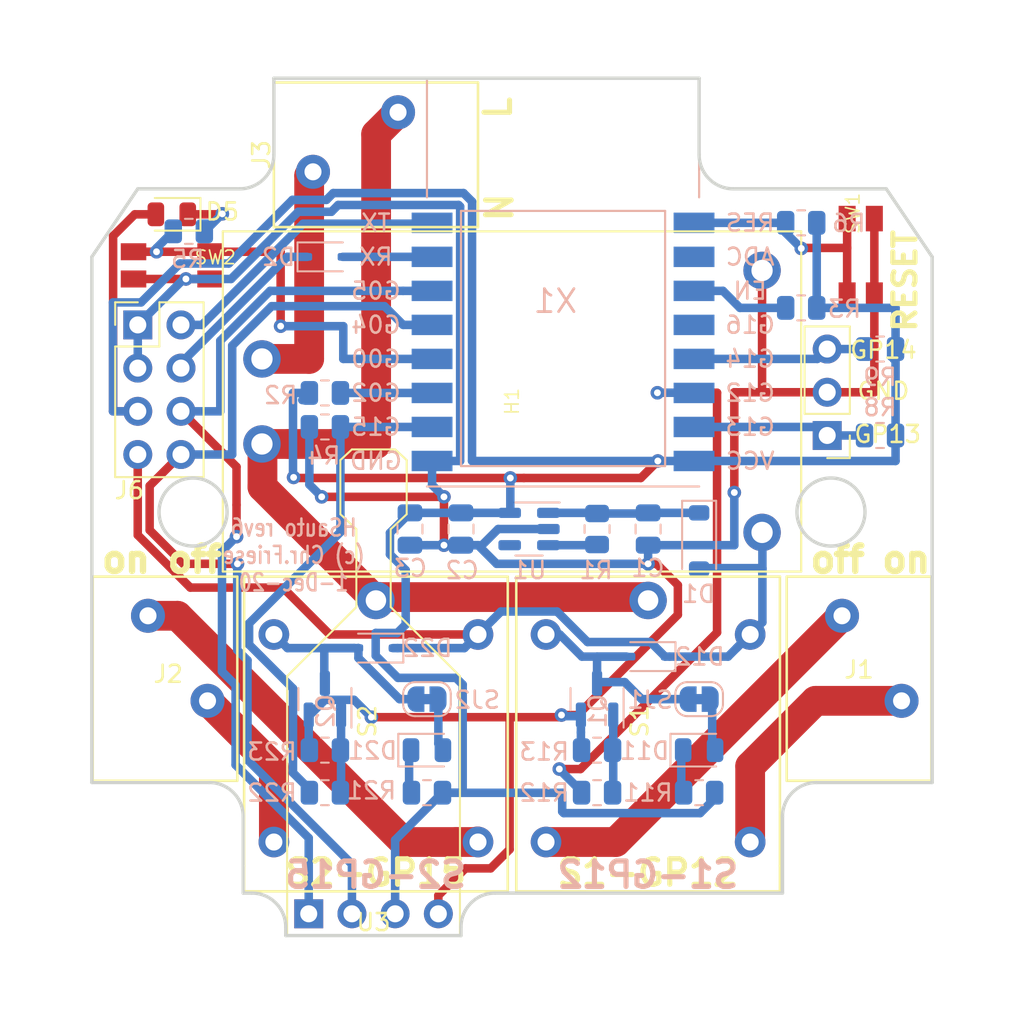
<source format=kicad_pcb>
(kicad_pcb (version 20221018) (generator pcbnew)
  (layers (0 "F.Cu" signal) (31 "B.Cu" signal) (34 "B.Paste" user) (35 "F.Paste" user) (36 "B.SilkS" user "B.Silkscreen") (37 "F.SilkS" user "F.Silkscreen") (38 "B.Mask" user) (39 "F.Mask" user) (44 "Edge.Cuts" user))
  (net 0 "")
  (net 1 "GND")
  (net 2 "+3V3")
  (net 3 "/CH_PD")
  (net 4 "/AC_N")
  (net 5 "/AC_L")
  (net 6 "/AC_L2_1")
  (net 7 "/AC_L2_2")
  (net 8 "/AC_L1_2")
  (net 9 "/AC_L1_1")
  (net 10 "/TXD")
  (net 11 "/RXD_5V")
  (net 12 "/RESET")
  (net 13 "/RXD")
  (net 14 "Net-(D1-K)")
  (net 15 "Net-(D5-K)")
  (net 16 "/GP5")
  (net 17 "/GP4")
  (net 18 "/GP14")
  (net 19 "/GP12")
  (net 20 "/GP13")
  (net 21 "/GP15")
  (net 22 "/GP2")
  (net 23 "/GP0")
  (net 24 "Net-(D11-K)")
  (net 25 "Net-(D11-A)")
  (net 26 "Net-(D12-A)")
  (net 27 "Net-(D21-K)")
  (net 28 "Net-(D21-A)")
  (net 29 "VDD")
  (net 30 "Net-(D22-A)")
  (net 31 "Net-(Q1-B)")
  (net 32 "Net-(Q2-B)")
  (net 33 "Net-(U1-EN)")
  (net 35 "/ADC")
  (net 36 "/GP16")
  (footprint "AddOn_Tools:HLK-PM01" (layer "F.Cu") (at 150 96.5)
    (fp_text reference "H1")
    (fp_text value "HLK-PM01")
  )
  (footprint "AddOn_Tools:JQC-3F" (layer "F.Cu") (at 142 115.3 -90)
    (fp_text reference "S2")
    (fp_text value "JQC-3F")
  )
  (footprint "AddOn_Tools:JQC-3F" (layer "F.Cu") (at 158 115.3 -90)
    (fp_text reference "S1")
    (fp_text value "JQC-3F")
  )
  (footprint "LED_SMD:LED_0805_2012Metric" (layer "F.Cu") (at 130 85.5 180)
    (fp_text reference "D5")
    (fp_text value "RED")
  )
  (footprint "AddOn_Tools:BTN_KMR2_4.6X2.8" (layer "F.Cu") (at 170.5 88 -90)
    (fp_text reference "SW1")
    (fp_text value "KMR1")
  )
  (footprint "AddOn_Tools:BTN_KMR2_4.6X2.8" (layer "F.Cu") (at 130 88.5 180)
    (fp_text reference "SW2")
    (fp_text value "KMR1")
  )
  (footprint "AddOn_Tools:PTSA1,5-2-3,5-Z" (layer "F.Cu") (at 170.4 112.8)
    (fp_text reference "J1")
    (fp_text value "Relais1_OUT")
  )
  (footprint "AddOn_Tools:PTSA1,5-2-3,5-Z" (layer "F.Cu") (at 129.6 112.8)
    (fp_text reference "J2")
    (fp_text value "Relais2_OUT")
  )
  (footprint "AddOn_Tools:PTSA1,5-2-3,5-Z" (layer "F.Cu") (at 142 82 90)
    (fp_text reference "J3")
    (fp_text value "AC_IN")
  )
  (footprint "Connector_PinHeader_2.54mm:PinHeader_2x04_P2.54mm_Vertical" (layer "F.Cu") (at 128 92)
    (fp_text reference "J6")
    (fp_text value "I2C")
  )
  (footprint "Connector_PinHeader_2.54mm:PinHeader_1x03_P2.54mm_Vertical" (layer "F.Cu") (at 168.529 98.5 180)
    (fp_text reference "GP13")
    (fp_text value "I2C")
  )
  (footprint "AddOn_Tools:ScioSense_ENS16x_EvalKit" (layer "F.Cu") (at 141.859 126.619)
    (fp_text reference "U3")
    (fp_text value "ENS160_Eval_Kit")
  )
  (footprint "Package_TO_SOT_SMD:SOT-23" (layer "B.Cu") (at 155 114 90)
    (fp_text reference "Q1")
    (fp_text value "MMBT2222")
  )
  (footprint "Diode_SMD:D_SOD-323" (layer "B.Cu") (at 158 111.5 180)
    (fp_text reference "D12")
    (fp_text value "1N4148")
  )
  (footprint "Diode_SMD:D_SOD-323" (layer "B.Cu") (at 142 111 180)
    (fp_text reference "D22")
    (fp_text value "1N4148")
  )
  (footprint "LED_SMD:LED_0805_2012Metric" (layer "B.Cu") (at 145 117)
    (fp_text reference "D21")
    (fp_text value "RED")
  )
  (footprint "LED_SMD:LED_0805_2012Metric" (layer "B.Cu") (at 161 117)
    (fp_text reference "D11")
    (fp_text value "RED")
  )
  (footprint "Resistor_SMD:R_0805_2012Metric" (layer "B.Cu") (at 145 119.5 180)
    (fp_text reference "R21")
    (fp_text value "1K")
  )
  (footprint "Resistor_SMD:R_0805_2012Metric" (layer "B.Cu") (at 167 86 180)
    (fp_text reference "R6")
    (fp_text value "10K")
  )
  (footprint "Capacitor_SMD:C_0805_2012Metric" (layer "B.Cu") (at 158 104 -90)
    (fp_text reference "C1")
    (fp_text value "10uF")
  )
  (footprint "Capacitor_SMD:C_0805_2012Metric" (layer "B.Cu") (at 147 104 -90)
    (fp_text reference "C2")
    (fp_text value "10uF")
  )
  (footprint "Diode_SMD:D_SOD-323" (layer "B.Cu") (at 139 88)
    (fp_text reference "D2")
    (fp_text value "1N4148")
  )
  (footprint "Jumper:SolderJumper-2_P1.3mm_Bridged_RoundedPad1.0x1.5mm" (layer "B.Cu") (at 161 114 180)
    (fp_text reference "SJ1")
    (fp_text value "SJ_CLOSED")
  )
  (footprint "Jumper:SolderJumper-2_P1.3mm_Bridged_RoundedPad1.0x1.5mm" (layer "B.Cu") (at 145 114 180)
    (fp_text reference "SJ2")
    (fp_text value "SJ_CLOSED")
  )
  (footprint "Package_TO_SOT_SMD:SOT-23" (layer "B.Cu") (at 139 114 90)
    (fp_text reference "Q2")
    (fp_text value "MMBT2222")
  )
  (footprint "Diode_SMD:D_SOD-123" (layer "B.Cu") (at 161 104.7 -90)
    (fp_text reference "D1")
    (fp_text value "MBR120")
  )
  (footprint "Package_TO_SOT_SMD:SOT-23-5" (layer "B.Cu") (at 151 104 180)
    (fp_text reference "U1")
    (fp_text value "AP2112K-3.3 / SPX3819-3.3")
  )
  (footprint "Resistor_SMD:R_0805_2012Metric" (layer "B.Cu") (at 155 117 180)
    (fp_text reference "R13")
    (fp_text value "10k")
  )
  (footprint "Resistor_SMD:R_0805_2012Metric" (layer "B.Cu") (at 139 119.5)
    (fp_text reference "R22")
    (fp_text value "1k")
  )
  (footprint "Resistor_SMD:R_0805_2012Metric" (layer "B.Cu") (at 139 117 180)
    (fp_text reference "R23")
    (fp_text value "10k")
  )
  (footprint "Resistor_SMD:R_0805_2012Metric" (layer "B.Cu") (at 161 119.5 180)
    (fp_text reference "R11")
    (fp_text value "1K")
  )
  (footprint "Resistor_SMD:R_0805_2012Metric" (layer "B.Cu") (at 131 86.5 180)
    (fp_text reference "R5")
    (fp_text value "1K")
  )
  (footprint "Resistor_SMD:R_0805_2012Metric" (layer "B.Cu") (at 139 98 180)
    (fp_text reference "R4")
    (fp_text value "10k")
  )
  (footprint "Resistor_SMD:R_0805_2012Metric" (layer "B.Cu") (at 167 91 180)
    (fp_text reference "R3")
    (fp_text value "10k")
  )
  (footprint "Resistor_SMD:R_0805_2012Metric" (layer "B.Cu") (at 139 96)
    (fp_text reference "R2")
    (fp_text value "10k")
  )
  (footprint "Resistor_SMD:R_0805_2012Metric" (layer "B.Cu") (at 155 104 -90)
    (fp_text reference "R1")
    (fp_text value "10k")
  )
  (footprint "Resistor_SMD:R_0805_2012Metric" (layer "B.Cu") (at 155 119.5)
    (fp_text reference "R12")
    (fp_text value "1k")
  )
  (footprint "AddOn_Tools:ESP-12" (layer "B.Cu") (at 153 90.5 180)
    (fp_text reference "X1")
    (fp_text value "ESP-12")
  )
  (footprint "Resistor_SMD:R_0805_2012Metric" (layer "B.Cu") (at 171.635 93.42)
    (fp_text reference "R9")
    (fp_text value "10k")
  )
  (footprint "Resistor_SMD:R_0805_2012Metric" (layer "B.Cu") (at 171.635 98.5 180)
    (fp_text reference "R8")
    (fp_text value "10K")
  )
  (footprint "Capacitor_SMD:C_0805_2012Metric" (layer "B.Cu") (at 144 104 -90)
    (fp_text reference "C3")
    (fp_text value "1uF")
  )
  (gr_arc (start 147 127.4) (mid 147.585786 125.985786) (end 149 125.4) (stroke (width 0.2)) (layer "Edge.Cuts"))
  (gr_arc (start 134.7 125.4) (mid 136.114214 125.985786) (end 136.7 127.4) (stroke (width 0.2)) (layer "Edge.Cuts"))
  (gr_arc (start 132.2 118.9) (mid 133.614214 119.485786) (end 134.2 120.9) (stroke (width 0.2)) (layer "Edge.Cuts"))
  (gr_arc (start 163 84) (mid 161.585786 83.414214) (end 161 82) (stroke (width 0.2)) (layer "Edge.Cuts"))
  (gr_line (start 125.3 88) (end 128 84) (stroke (width 0.2)) (layer "Edge.Cuts"))
  (gr_line (start 174.7 88) (end 172 84) (stroke (width 0.2)) (layer "Edge.Cuts"))
  (gr_arc (start 136 82) (mid 135.414214 83.414214) (end 134 84) (stroke (width 0.2)) (layer "Edge.Cuts"))
  (gr_line (start 125.3 118.9) (end 132.2 118.9) (stroke (width 0.2)) (layer "Edge.Cuts"))
  (gr_circle (center 131.25 103) (end 133.25 103) (stroke (width 0.2)) (fill none) (layer "Edge.Cuts"))
  (gr_circle (center 168.75 103) (end 170.75 103) (stroke (width 0.2)) (fill none) (layer "Edge.Cuts"))
  (gr_line (start 161 77.5) (end 161 82) (stroke (width 0.2)) (layer "Edge.Cuts"))
  (gr_line (start 136 77.5) (end 161 77.5) (stroke (width 0.2)) (layer "Edge.Cuts"))
  (gr_line (start 134 84) (end 128 84) (stroke (width 0.2)) (layer "Edge.Cuts"))
  (gr_line (start 147 127.9) (end 147 127.4) (stroke (width 0.2)) (layer "Edge.Cuts"))
  (gr_line (start 125.3 118.9) (end 125.3 88) (stroke (width 0.2)) (layer "Edge.Cuts"))
  (gr_line (start 136.7 127.9) (end 147 127.9) (stroke (width 0.2)) (layer "Edge.Cuts"))
  (gr_line (start 163 84) (end 172 84) (stroke (width 0.2)) (layer "Edge.Cuts"))
  (gr_line (start 136.7 127.4) (end 136.7 127.9) (stroke (width 0.2)) (layer "Edge.Cuts"))
  (gr_line (start 165.9 125.4) (end 165.9 120.9) (stroke (width 0.2)) (layer "Edge.Cuts"))
  (gr_line (start 149 125.4) (end 165.9 125.4) (stroke (width 0.2)) (layer "Edge.Cuts"))
  (gr_line (start 167.9 118.9) (end 174.7 118.9) (stroke (width 0.2)) (layer "Edge.Cuts"))
  (gr_line (start 136 77.5) (end 136 82) (stroke (width 0.2)) (layer "Edge.Cuts"))
  (gr_line (start 134.2 120.9) (end 134.2 125.4) (stroke (width 0.2)) (layer "Edge.Cuts"))
  (gr_arc (start 165.9 120.9) (mid 166.485786 119.485786) (end 167.9 118.9) (stroke (width 0.2)) (layer "Edge.Cuts"))
  (gr_line (start 134.2 125.4) (end 134.7 125.4) (stroke (width 0.2)) (layer "Edge.Cuts"))
  (gr_line (start 174.7 118.9) (end 174.7 88) (stroke (width 0.2)) (layer "Edge.Cuts"))
  (gr_text "S2-GP15" (at 141.986 124.333) (layer "B.SilkS") (effects (font (size 1.5 1.5) (thickness 0.3)) (justify mirror)))
  (gr_text "S1-GP12" (at 157.988 124.333) (layer "B.SilkS") (effects (font (size 1.5 1.5) (thickness 0.3)) (justify mirror)))
  (gr_text "HSauto rev6\n(c) Chr.Friese\n1-Dec-20" (at 137.16 105.537) (layer "B.SilkS") (effects (font (size 1 0.8)) (justify mirror)))
  (gr_text "RESET\n" (at 173.101 89.408 90) (layer "F.SilkS") (effects (font (size 1.3 1.3) (thickness 0.3))))
  (gr_text "S1-GP12" (at 157.988 124.206) (layer "F.SilkS") (effects (font (size 1.5 1.5) (thickness 0.3))))
  (gr_text "GND" (at 171.831 95.885) (layer "F.SilkS") (effects (font (size 1 1))))
  (gr_text "on off" (at 129.413 105.791) (layer "F.SilkS") (effects (font (size 1.5 1.5) (thickness 0.375))))
  (gr_text "N" (at 149.1234 85.09 -90) (layer "F.SilkS") (effects (font (size 1.5 1.5) (thickness 0.3))))
  (gr_text "off on\n" (at 171.069 105.791) (layer "F.SilkS") (effects (font (size 1.5 1.5) (thickness 0.375))))
  (gr_text "L" (at 149.1742 79.248 90) (layer "F.SilkS") (effects (font (size 1.5 1.5) (thickness 0.3))))
  (gr_text "S2-GP15" (at 141.986 124.206) (layer "F.SilkS") (effects (font (size 1.5 1.5) (thickness 0.3))))
  (gr_text "GP14" (at 171.831 93.472) (layer "F.SilkS") (effects (font (size 1 1))))
  (segment (start 147.260369 123.950001) (end 148.744001 123.950001) (width 0.5) (layer "F.Cu") (net 1))
  (segment (start 138.811 102.108) (end 146 102.108) (width 0.5) (layer "F.Cu") (net 1))
  (segment (start 159.750001 107.299001) (end 159.750001 109.040001) (width 0.5) (layer "F.Cu") (net 1))
  (segment (start 163.068 95.96) (end 168.529 95.96) (width 0.5) (layer "F.Cu") (net 1))
  (segment (start 149.86 122.834002) (end 149.86 115.062) (width 0.5) (layer "F.Cu") (net 1))
  (segment (start 171.3 95.96) (end 171.3 92.554) (width 0.5) (layer "F.Cu") (net 1))
  (segment (start 158 106.045) (end 158.496 106.045) (width 0.5) (layer "F.Cu") (net 1))
  (segment (start 171.3 85.95) (end 171.3 90.05) (width 0.5) (layer "F.Cu") (net 1))
  (segment (start 141.732 115.062) (end 149.86 115.062) (width 0.5) (layer "F.Cu") (net 1))
  (segment (start 127.95 89.3) (end 130.829 89.3) (width 0.5) (layer "F.Cu") (net 1))
  (segment (start 132.05 89.3) (end 130.829 89.3) (width 0.5) (layer "F.Cu") (net 1))
  (segment (start 148.744001 123.950001) (end 149.86 122.834002) (width 0.5) (layer "F.Cu") (net 1))
  (segment (start 164.7 95.96) (end 164.7 88.8) (width 0.5) (layer "F.Cu") (net 1))
  (segment (start 153.855002 114.935) (end 152.908 114.935) (width 0.5) (layer "F.Cu") (net 1))
  (segment (start 163.068 101.854) (end 163.068 95.96) (width 0.5) (layer "F.Cu") (net 1))
  (segment (start 171.3 92.554) (end 171.3 90.05) (width 0.5) (layer "F.Cu") (net 1))
  (segment (start 158.496 106.045) (end 159.750001 107.299001) (width 0.5) (layer "F.Cu") (net 1))
  (segment (start 168.529 95.96) (end 171.3 95.96) (width 0.5) (layer "F.Cu") (net 1))
  (segment (start 152.781 115.062) (end 152.908 114.935) (width 0.5) (layer "F.Cu") (net 1))
  (segment (start 146 104.95) (end 146 102.108) (width 0.5) (layer "F.Cu") (net 1))
  (segment (start 145.669 126.619) (end 145.669 125.54137) (width 0.5) (layer "F.Cu") (net 1))
  (segment (start 168.529 95.96) (end 164.7 95.96) (width 0.5) (layer "F.Cu") (net 1))
  (segment (start 145.669 125.54137) (end 147.260369 123.950001) (width 0.5) (layer "F.Cu") (net 1))
  (segment (start 159.750001 109.040001) (end 153.855002 114.935) (width 0.5) (layer "F.Cu") (net 1))
  (segment (start 128.5 92) (end 127.65 92) (width 0.5) (layer "F.Cu") (net 1))
  (segment (start 149.86 115.062) (end 152.781 115.062) (width 0.5) (layer "F.Cu") (net 1))
  (via (at 158 106.045) (size 0.8) (drill 0.4) (layers "F.Cu" "B.Cu") (net 1))
  (via (at 163.068 101.854) (size 0.8) (drill 0.4) (layers "F.Cu" "B.Cu") (net 1))
  (via (at 152.908 114.935) (size 0.8) (drill 0.4) (layers "F.Cu" "B.Cu") (net 1))
  (via (at 146 104.95) (size 0.8) (drill 0.4) (layers "F.Cu" "B.Cu") (net 1))
  (via (at 130.829 89.3) (size 0.8) (drill 0.4) (layers "F.Cu" "B.Cu") (net 1))
  (via (at 138.811 102.108) (size 0.8) (drill 0.4) (layers "F.Cu" "B.Cu") (net 1))
  (via (at 146 102.108) (size 0.8) (drill 0.4) (layers "F.Cu" "B.Cu") (net 1))
  (via (at 141.732 115.062) (size 0.8) (drill 0.4) (layers "F.Cu" "B.Cu") (net 1))
  (segment (start 154.05 115.952) (end 154.05 116.9625) (width 0.5) (layer "B.Cu") (net 1))
  (segment (start 154.05 115) (end 154.05 115.952) (width 0.5) (layer "B.Cu") (net 1))
  (segment (start 158.5 104.95) (end 158.5 104.95) (width 0.5) (layer "B.Cu") (net 1))
  (segment (start 158 104.95) (end 163.068 104.95) (width 0.5) (layer "B.Cu") (net 1))
  (segment (start 145.3 100) (end 146.950001 100) (width 0.5) (layer "B.Cu") (net 1))
  (segment (start 163.068 104.95) (end 163.068 101.854) (width 0.5) (layer "B.Cu") (net 1))
  (segment (start 146.860001 84.949999) (end 139.781968 84.949999) (width 0.5) (layer "B.Cu") (net 1))
  (segment (start 138.0875 98) (end 138.0875 101.3845) (width 0.5) (layer "B.Cu") (net 1))
  (segment (start 146.950001 100) (end 146.950001 85.039999) (width 0.5) (layer "B.Cu") (net 1))
  (segment (start 149.095 106.045) (end 148 104.95) (width 0.5) (layer "B.Cu") (net 1))
  (segment (start 130.7 89.3) (end 130.829 89.3) (width 0.5) (layer "B.Cu") (net 1))
  (segment (start 158.5 104.95) (end 158.5 104.95) (width 0.5) (layer "B.Cu") (net 1))
  (segment (start 139.381955 85.350012) (end 137.434025 85.350012) (width 0.5) (layer "B.Cu") (net 1))
  (segment (start 145 104.95) (end 144 104.95) (width 0.5) (layer "B.Cu") (net 1))
  (segment (start 145.3 101.408) (end 146 102.108) (width 0.5) (layer "B.Cu") (net 1))
  (segment (start 138.0875 101.3845) (end 138.811 102.108) (width 0.5) (layer "B.Cu") (net 1))
  (segment (start 140.711999 114.041999) (end 141.732 115.062) (width 0.5) (layer "B.Cu") (net 1))
  (segment (start 152.973 115) (end 152.908 114.935) (width 0.5) (layer "B.Cu") (net 1))
  (segment (start 149.184998 104) (end 148.234998 104.95) (width 0.5) (layer "B.Cu") (net 1))
  (segment (start 139.781968 84.949999) (end 139.381955 85.350012) (width 0.5) (layer "B.Cu") (net 1))
  (segment (start 154.05 115) (end 152.973 115) (width 0.5) (layer "B.Cu") (net 1))
  (segment (start 138.05 115) (end 138.05 116.9625) (width 0.5) (layer "B.Cu") (net 1))
  (segment (start 152.1 104) (end 149.184998 104) (width 0.5) (layer "B.Cu") (net 1))
  (segment (start 158 106.045) (end 149.095 106.045) (width 0.5) (layer "B.Cu") (net 1))
  (segment (start 128 94.54) (end 128 92) (width 0.5) (layer "B.Cu") (net 1))
  (segment (start 154.05 115) (end 154.05 115) (width 0.5) (layer "B.Cu") (net 1))
  (segment (start 138.05 115) (end 139.008001 114.041999) (width 0.5) (layer "B.Cu") (net 1))
  (segment (start 138.05 116.9625) (end 138.0875 117) (width 0.5) (layer "B.Cu") (net 1))
  (segment (start 154.05 116.9625) (end 154.0875 117) (width 0.5) (layer "B.Cu") (net 1))
  (segment (start 145.3 100) (end 145.3 100) (width 0.5) (layer "B.Cu") (net 1))
  (segment (start 148.234998 104.95) (end 147 104.95) (width 0.5) (layer "B.Cu") (net 1))
  (segment (start 128 92) (end 130.7 89.3) (width 0.5) (layer "B.Cu") (net 1))
  (segment (start 158 104.95) (end 158 106.045) (width 0.5) (layer "B.Cu") (net 1))
  (segment (start 146.950001 85.039999) (end 146.860001 84.949999) (width 0.5) (layer "B.Cu") (net 1))
  (segment (start 139.008001 114.041999) (end 140.711999 114.041999) (width 0.5) (layer "B.Cu") (net 1))
  (segment (start 148 104.95) (end 145 104.95) (width 0.5) (layer "B.Cu") (net 1))
  (segment (start 137.434025 85.350012) (end 133.484037 89.3) (width 0.5) (layer "B.Cu") (net 1))
  (segment (start 133.484037 89.3) (end 130.829 89.3) (width 0.5) (layer "B.Cu") (net 1))
  (segment (start 145.3 100) (end 145.3 101.408) (width 0.5) (layer "B.Cu") (net 1))
  (segment (start 157.572 101) (end 158.5722 99.9998) (width 0.5) (layer "F.Cu") (net 2))
  (segment (start 150.698204 101) (end 137.195 101) (width 0.5) (layer "F.Cu") (net 2))
  (segment (start 128 97.08) (end 126.55 97.08) (width 0.5) (layer "F.Cu") (net 2))
  (segment (start 126.55 86.773736) (end 127.823736 85.5) (width 0.5) (layer "F.Cu") (net 2))
  (segment (start 126.55 97.08) (end 126.55 86.773736) (width 0.5) (layer "F.Cu") (net 2))
  (segment (start 137.195 101) (end 137.16 100.965) (width 0.5) (layer "F.Cu") (net 2))
  (segment (start 150.698204 101) (end 157.572 101) (width 0.5) (layer "F.Cu") (net 2))
  (segment (start 127.823736 85.5) (end 129.0625 85.5) (width 0.5) (layer "F.Cu") (net 2))
  (via (at 158.5722 99.9998) (size 0.8) (drill 0.4) (layers "F.Cu" "B.Cu") (net 2))
  (via (at 137.16 100.965) (size 0.8) (drill 0.4) (layers "F.Cu" "B.Cu") (net 2))
  (via (at 149.9 101) (size 0.8) (drill 0.4) (layers "F.Cu" "B.Cu") (net 2))
  (segment (start 172.5475 91) (end 172.5475 93.42) (width 0.5) (layer "B.Cu") (net 2))
  (segment (start 138.0875 96) (end 137.667499 96.420001) (width 0.5) (layer "B.Cu") (net 2))
  (segment (start 147.100001 119.5) (end 145.95 119.5) (width 0.5) (layer "B.Cu") (net 2))
  (segment (start 143.750001 106.414967) (end 143.750001 109.614999) (width 0.5) (layer "B.Cu") (net 2))
  (segment (start 147.650012 84.750045) (end 147.650012 99.9998) (width 0.5) (layer "B.Cu") (net 2))
  (segment (start 152.949999 120.610001) (end 153.039999 120.700001) (width 0.5) (layer "B.Cu") (net 2))
  (segment (start 147.149955 84.249988) (end 147.650012 84.750045) (width 0.5) (layer "B.Cu") (net 2))
  (segment (start 137.12499 96) (end 137.12499 100.92999) (width 0.5) (layer "B.Cu") (net 2))
  (segment (start 146.706201 112.749899) (end 147.100001 113.143699) (width 0.5) (layer "B.Cu") (net 2))
  (segment (start 138.0875 96) (end 137.12499 96) (width 0.5) (layer "B.Cu") (net 2))
  (segment (start 142.82499 104.22501) (end 142.82499 105.489956) (width 0.5) (layer "B.Cu") (net 2))
  (segment (start 143.293799 112.749899) (end 146.706201 112.749899) (width 0.5) (layer "B.Cu") (net 2))
  (segment (start 147.650012 99.9998) (end 158.5722 99.9998) (width 0.5) (layer "B.Cu") (net 2))
  (segment (start 141.986 110.109) (end 141.986 111.4421) (width 0.5) (layer "B.Cu") (net 2))
  (segment (start 172.5475 94) (end 172.5475 98) (width 0.5) (layer "B.Cu") (net 2))
  (segment (start 142.82499 105.489956) (end 143.750001 106.414967) (width 0.5) (layer "B.Cu") (net 2))
  (segment (start 126.5428 90.678) (end 128.192998 90.678) (width 0.5) (layer "B.Cu") (net 2))
  (segment (start 143.750001 109.614999) (end 143.256 110.109) (width 0.5) (layer "B.Cu") (net 2))
  (segment (start 143.256 110.109) (end 141.986 110.109) (width 0.5) (layer "B.Cu") (net 2))
  (segment (start 133.35 88.392) (end 137.091999 84.650001) (width 0.5) (layer "B.Cu") (net 2))
  (segment (start 161.95 119.810002) (end 161.95 119.5) (width 0.5) (layer "B.Cu") (net 2))
  (segment (start 152.949999 119.507) (end 152.949999 120.610001) (width 0.5) (layer "B.Cu") (net 2))
  (segment (start 139.092001 84.650001) (end 139.492014 84.249988) (width 0.5) (layer "B.Cu") (net 2))
  (segment (start 149.9 103.05) (end 149.9 101) (width 0.5) (layer "B.Cu") (net 2))
  (segment (start 145.95 119.5) (end 145.95 119.4) (width 0.5) (layer "B.Cu") (net 2))
  (segment (start 137.091999 84.650001) (end 139.092001 84.650001) (width 0.5) (layer "B.Cu") (net 2))
  (segment (start 139.492014 84.249988) (end 147.149955 84.249988) (width 0.5) (layer "B.Cu") (net 2))
  (segment (start 161.95 119.5) (end 162.1225 119.5) (width 0.5) (layer "B.Cu") (net 2))
  (segment (start 160.6998 99.9998) (end 160.7 100) (width 0.5) (layer "B.Cu") (net 2))
  (segment (start 160.7 100) (end 172.5475 100) (width 0.5) (layer "B.Cu") (net 2))
  (segment (start 146.057 119.507) (end 152.949999 119.507) (width 0.5) (layer "B.Cu") (net 2))
  (segment (start 172.5475 100) (end 172.5475 98.5) (width 0.5) (layer "B.Cu") (net 2))
  (segment (start 128 97.08) (end 126.5428 97.08) (width 0.5) (layer "B.Cu") (net 2))
  (segment (start 153.039999 120.700001) (end 161.060001 120.700001) (width 0.5) (layer "B.Cu") (net 2))
  (segment (start 167.9125 91) (end 172.5475 91) (width 0.5) (layer "B.Cu") (net 2))
  (segment (start 145.95 119.4) (end 146.057 119.507) (width 0.5) (layer "B.Cu") (net 2))
  (segment (start 128.192998 90.678) (end 130.478998 88.392) (width 0.5) (layer "B.Cu") (net 2))
  (segment (start 161.060001 120.700001) (end 161.95 119.810002) (width 0.5) (layer "B.Cu") (net 2))
  (segment (start 144 103.05) (end 142.82499 104.22501) (width 0.5) (layer "B.Cu") (net 2))
  (segment (start 143.129 122.2835) (end 145.9125 119.5) (width 0.5) (layer "B.Cu") (net 2))
  (segment (start 130.478998 88.392) (end 133.35 88.392) (width 0.5) (layer "B.Cu") (net 2))
  (segment (start 167.9125 86) (end 167.9125 91) (width 0.5) (layer "B.Cu") (net 2))
  (segment (start 141.986 111.4421) (end 143.293799 112.749899) (width 0.5) (layer "B.Cu") (net 2))
  (segment (start 145.95 119.5) (end 145.95 119.810002) (width 0.5) (layer "B.Cu") (net 2))
  (segment (start 143.129 126.619) (end 143.129 122.2835) (width 0.5) (layer "B.Cu") (net 2))
  (segment (start 137.12499 100.92999) (end 137.16 100.965) (width 0.5) (layer "B.Cu") (net 2))
  (segment (start 147 103.05) (end 149.9 103.05) (width 0.5) (layer "B.Cu") (net 2))
  (segment (start 144 103.05) (end 147 103.05) (width 0.5) (layer "B.Cu") (net 2))
  (segment (start 126.5428 97.08) (end 126.5428 90.678) (width 0.5) (layer "B.Cu") (net 2))
  (segment (start 172.424966 94) (end 172.5475 94) (width 0.5) (layer "B.Cu") (net 2))
  (segment (start 158.5722 99.9998) (end 160.6998 99.9998) (width 0.5) (layer "B.Cu") (net 2))
  (segment (start 147.100001 113.143699) (end 147.100001 119.5) (width 0.5) (layer "B.Cu") (net 2))
  (segment (start 163.4 91) (end 166.0875 91) (width 0.5) (layer "B.Cu") (net 3))
  (segment (start 161.3 90) (end 160.7 90) (width 0.5) (layer "B.Cu") (net 3))
  (segment (start 160.7 90) (end 162.4 90) (width 0.5) (layer "B.Cu") (net 3))
  (segment (start 162.4 90) (end 163.4 91) (width 0.5) (layer "B.Cu") (net 3))
  (segment (start 138.0744 83.2256) (end 138.3 83) (width 1.75) (layer "F.Cu") (net 4))
  (segment (start 138.0744 94) (end 138.0744 83.2256) (width 1.75) (layer "F.Cu") (net 4))
  (segment (start 135.3 94) (end 138.0744 94) (width 1.75) (layer "F.Cu") (net 4))
  (segment (start 142 108.2) (end 142.1992 108.0008) (width 1.75) (layer "F.Cu") (net 5))
  (segment (start 157.8008 108.0008) (end 158 108.2) (width 1.75) (layer "F.Cu") (net 5))
  (segment (start 157.877 108.077) (end 158 108.2) (width 1.75) (layer "F.Cu") (net 5))
  (segment (start 139.445002 99) (end 141.9895 99) (width 1.75) (layer "F.Cu") (net 5))
  (segment (start 139.445002 99) (end 136.855634 99) (width 1.75) (layer "F.Cu") (net 5))
  (segment (start 142.0114 99) (end 139.445002 99) (width 1.75) (layer "F.Cu") (net 5))
  (segment (start 136.855634 99) (end 135.3 99) (width 1.75) (layer "F.Cu") (net 5))
  (segment (start 142 108.2) (end 142.0114 108.1886) (width 1.75) (layer "F.Cu") (net 5))
  (segment (start 135.329998 99.029998) (end 135.329998 101.529998) (width 1.75) (layer "F.Cu") (net 5))
  (segment (start 142.0114 80.7886) (end 142.0114 99) (width 1.75) (layer "F.Cu") (net 5))
  (segment (start 143.3 79.5) (end 142.0114 80.7886) (width 1.75) (layer "F.Cu") (net 5))
  (segment (start 135.3 99) (end 135.329998 99.029998) (width 1.75) (layer "F.Cu") (net 5))
  (segment (start 135.329998 101.529998) (end 142 108.2) (width 1.75) (layer "F.Cu") (net 5))
  (segment (start 142.1992 108.0008) (end 157.8008 108.0008) (width 1.75) (layer "F.Cu") (net 5))
  (segment (start 132.1 114.1) (end 136 118) (width 1.75) (layer "F.Cu") (net 6))
  (segment (start 136 118.4) (end 136 122.4) (width 1.75) (layer "F.Cu") (net 6))
  (segment (start 136 118) (end 136 118.4) (width 1.75) (layer "F.Cu") (net 6))
  (segment (start 146.727208 122.4) (end 148 122.4) (width 1.75) (layer "F.Cu") (net 7))
  (segment (start 143.6344 122.4) (end 146.727208 122.4) (width 1.75) (layer "F.Cu") (net 7))
  (segment (start 128.6 109.1) (end 130.3344 109.1) (width 1.75) (layer "F.Cu") (net 7))
  (segment (start 130.3344 109.1) (end 143.6344 122.4) (width 1.75) (layer "F.Cu") (net 7))
  (segment (start 147.9645 122.3645) (end 148 122.4) (width 1.75) (layer "F.Cu") (net 7))
  (segment (start 164 122.4) (end 164 117.94) (width 1.75) (layer "F.Cu") (net 8))
  (segment (start 164 117.94) (end 167.84 114.1) (width 1.75) (layer "F.Cu") (net 8))
  (segment (start 167.84 114.1) (end 172.9 114.1) (width 1.75) (layer "F.Cu") (net 8))
  (segment (start 169.4 109.1) (end 156.1 122.4) (width 1.75) (layer "F.Cu") (net 9))
  (segment (start 156.1 122.4) (end 152 122.4) (width 1.75) (layer "F.Cu") (net 9))
  (segment (start 145.249977 86.050023) (end 145.3 86) (width 0.5) (layer "B.Cu") (net 10))
  (segment (start 131.774 92) (end 137.723977 86.050023) (width 0.5) (layer "B.Cu") (net 10))
  (segment (start 130.54 92) (end 131.774 92) (width 0.5) (layer "B.Cu") (net 10))
  (segment (start 137.723977 86.050023) (end 145.249977 86.050023) (width 0.5) (layer "B.Cu") (net 10))
  (segment (start 130.54 94.25) (end 136.79 88) (width 0.5) (layer "B.Cu") (net 11))
  (segment (start 130.54 94.54) (end 130.54 94.25) (width 0.5) (layer "B.Cu") (net 11))
  (segment (start 136.79 88) (end 137.95 88) (width 0.5) (layer "B.Cu") (net 11))
  (segment (start 169.7 87.475) (end 167.033006 87.475) (width 0.5) (layer "F.Cu") (net 12))
  (segment (start 167.033006 87.475) (end 167.005003 87.503003) (width 0.5) (layer "F.Cu") (net 12))
  (segment (start 169.7 87.475) (end 169.7 90.05) (width 0.5) (layer "F.Cu") (net 12))
  (segment (start 169.7 85.95) (end 169.7 87.475) (width 0.5) (layer "F.Cu") (net 12))
  (via (at 167.005003 87.503003) (size 0.8) (drill 0.4) (layers "F.Cu" "B.Cu") (net 12))
  (segment (start 166.0875 86) (end 166.0875 86) (width 0.5) (layer "B.Cu") (net 12))
  (segment (start 166.0875 86) (end 166.0875 86.5855) (width 0.5) (layer "B.Cu") (net 12))
  (segment (start 160.7 86) (end 166.0875 86) (width 0.5) (layer "B.Cu") (net 12))
  (segment (start 166.0875 86.5855) (end 167.005003 87.503003) (width 0.5) (layer "B.Cu") (net 12))
  (segment (start 140.05 88) (end 145.3 88) (width 0.5) (layer "B.Cu") (net 13))
  (segment (start 145.03 88.27) (end 145.3 88) (width 0.5) (layer "B.Cu") (net 13))
  (segment (start 158 103.05) (end 160.7 103.05) (width 0.5) (layer "B.Cu") (net 14))
  (segment (start 152.1 103.05) (end 154.9625 103.05) (width 0.5) (layer "B.Cu") (net 14))
  (segment (start 157.9625 103.0875) (end 158 103.05) (width 0.5) (layer "B.Cu") (net 14))
  (segment (start 154.9625 103.05) (end 155 103.0875) (width 0.5) (layer "B.Cu") (net 14))
  (segment (start 155 103.0875) (end 157.9625 103.0875) (width 0.5) (layer "B.Cu") (net 14))
  (segment (start 130.9375 85.5) (end 132.94 85.5) (width 0.5) (layer "F.Cu") (net 15))
  (segment (start 132.94 85.5) (end 132.969 85.471) (width 0.5) (layer "F.Cu") (net 15))
  (via (at 132.969 85.471) (size 0.8) (drill 0.4) (layers "F.Cu" "B.Cu") (net 15))
  (segment (start 131.94 86.5) (end 132.969 85.471) (width 0.5) (layer "B.Cu") (net 15))
  (segment (start 131.9125 86.5) (end 131.94 86.5) (width 0.5) (layer "B.Cu") (net 15))
  (segment (start 133.804987 100.344987) (end 133.804987 102.586067) (width 0.5) (layer "F.Cu") (net 16))
  (segment (start 133.804987 102.586067) (end 133.804987 104.447013) (width 0.5) (layer "F.Cu") (net 16))
  (segment (start 130.54 97.08) (end 133.804987 100.344987) (width 0.5) (layer "F.Cu") (net 16))
  (via (at 133.804987 104.447013) (size 0.8) (drill 0.4) (layers "F.Cu" "B.Cu") (net 16))
  (segment (start 132.950001 112.376001) (end 132.950001 105.301999) (width 0.5) (layer "B.Cu") (net 16))
  (segment (start 132.849988 92.929976) (end 135.779964 90) (width 0.5) (layer "B.Cu") (net 16))
  (segment (start 138.049 122.164499) (end 133.750001 117.8655) (width 0.5) (layer "B.Cu") (net 16))
  (segment (start 138.049 126.619) (end 138.049 122.164499) (width 0.5) (layer "B.Cu") (net 16))
  (segment (start 132.849988 97.08) (end 132.849988 92.929976) (width 0.5) (layer "B.Cu") (net 16))
  (segment (start 133.750001 117.8655) (end 133.750001 113.176001) (width 0.5) (layer "B.Cu") (net 16))
  (segment (start 143.6 90) (end 145.3 90) (width 0.5) (layer "B.Cu") (net 16))
  (segment (start 145.26 90.04) (end 145.3 90) (width 0.5) (layer "B.Cu") (net 16))
  (segment (start 132.950001 105.301999) (end 133.804987 104.447013) (width 0.5) (layer "B.Cu") (net 16))
  (segment (start 135.779964 90) (end 143.6 90) (width 0.5) (layer "B.Cu") (net 16))
  (segment (start 130.54 97.08) (end 132.849988 97.08) (width 0.5) (layer "B.Cu") (net 16))
  (segment (start 133.750001 113.176001) (end 132.950001 112.376001) (width 0.5) (layer "B.Cu") (net 16))
  (segment (start 128.69761 101.46239) (end 130.54 99.62) (width 0.5) (layer "F.Cu") (net 17))
  (segment (start 133.858 106.045) (end 130.678537 106.045) (width 0.5) (layer "F.Cu") (net 17))
  (segment (start 128.69761 104.064073) (end 128.69761 101.46239) (width 0.5) (layer "F.Cu") (net 17))
  (segment (start 130.678537 106.045) (end 128.69761 104.064073) (width 0.5) (layer "F.Cu") (net 17))
  (via (at 133.858 106.045) (size 0.8) (drill 0.4) (layers "F.Cu" "B.Cu") (net 17))
  (segment (start 130.54 99.62) (end 133.549999 99.62) (width 0.5) (layer "B.Cu") (net 17))
  (segment (start 133.549999 99.62) (end 133.549999 93.219929) (width 0.5) (layer "B.Cu") (net 17))
  (segment (start 145.2504 92.0496) (end 145.3 92) (width 0.5) (layer "B.Cu") (net 17))
  (segment (start 142.5 90.9) (end 143.6 92) (width 0.5) (layer "B.Cu") (net 17))
  (segment (start 133.84379 106.05921) (end 133.858 106.045) (width 0.5) (layer "B.Cu") (net 17))
  (segment (start 143.6 92) (end 145.3 92) (width 0.5) (layer "B.Cu") (net 17))
  (segment (start 134.450011 117.564977) (end 134.450011 111.717011) (width 0.5) (layer "B.Cu") (net 17))
  (segment (start 140.589 126.619) (end 140.589 123.703966) (width 0.5) (layer "B.Cu") (net 17))
  (segment (start 145.3 92) (end 144.705 92) (width 0.5) (layer "B.Cu") (net 17))
  (segment (start 134.450011 111.717011) (end 133.84379 111.11079) (width 0.5) (layer "B.Cu") (net 17))
  (segment (start 133.549999 93.219929) (end 135.869928 90.9) (width 0.5) (layer "B.Cu") (net 17))
  (segment (start 133.84379 111.11079) (end 133.84379 106.05921) (width 0.5) (layer "B.Cu") (net 17))
  (segment (start 135.869928 90.9) (end 142.5 90.9) (width 0.5) (layer "B.Cu") (net 17))
  (segment (start 140.589 123.703966) (end 134.450011 117.564977) (width 0.5) (layer "B.Cu") (net 17))
  (segment (start 161.1376 93.853) (end 161.1376 93.7514) (width 0.5) (layer "B.Cu") (net 18))
  (segment (start 161.1376 93.7514) (end 160.889 94) (width 0.5) (layer "B.Cu") (net 18))
  (segment (start 160.889 94) (end 160.7 94) (width 0.5) (layer "B.Cu") (net 18))
  (segment (start 168.529 93.42) (end 170.7225 93.42) (width 0.5) (layer "B.Cu") (net 18))
  (segment (start 167.949 94) (end 168.529 93.42) (width 0.5) (layer "B.Cu") (net 18))
  (segment (start 160.7 94) (end 167.949 94) (width 0.5) (layer "B.Cu") (net 18))
  (segment (start 158.5496 95.9866) (end 158.5468 95.9894) (width 0.5) (layer "F.Cu") (net 19))
  (segment (start 162.053511 110.082089) (end 162.053511 95.9866) (width 0.5) (layer "F.Cu") (net 19))
  (segment (start 152.781 118.11001) (end 154.02559 118.11001) (width 0.5) (layer "F.Cu") (net 19))
  (segment (start 162.053511 95.9866) (end 158.5496 95.9866) (width 0.5) (layer "F.Cu") (net 19))
  (segment (start 154.02559 118.11001) (end 162.053511 110.082089) (width 0.5) (layer "F.Cu") (net 19))
  (via (at 152.781 118.11001) (size 0.8) (drill 0.4) (layers "F.Cu" "B.Cu") (net 19))
  (via (at 158.5468 95.9894) (size 0.8) (drill 0.4) (layers "F.Cu" "B.Cu") (net 19))
  (segment (start 154.05 119.5) (end 154.05 119.4) (width 0.5) (layer "B.Cu") (net 19))
  (segment (start 160.6894 95.9894) (end 160.7 96) (width 0.5) (layer "B.Cu") (net 19))
  (segment (start 158.5468 95.9894) (end 160.6894 95.9894) (width 0.5) (layer "B.Cu") (net 19))
  (segment (start 152.781 118.131) (end 152.781 118.11001) (width 0.5) (layer "B.Cu") (net 19))
  (segment (start 154.05 119.4) (end 152.781 118.131) (width 0.5) (layer "B.Cu") (net 19))
  (segment (start 160.696001 97.996001) (end 160.7 98) (width 0.5) (layer "B.Cu") (net 20))
  (segment (start 169.029 98) (end 168.529 98.5) (width 0.5) (layer "B.Cu") (net 20))
  (segment (start 168.029 98) (end 168.529 98.5) (width 0.5) (layer "B.Cu") (net 20))
  (segment (start 160.7 98) (end 168.029 98) (width 0.5) (layer "B.Cu") (net 20))
  (segment (start 168.529 98.5) (end 170.7225 98.5) (width 0.5) (layer "B.Cu") (net 20))
  (segment (start 134.5438 109.5502) (end 134.5438 110.7948) (width 0.5) (layer "B.Cu") (net 21))
  (segment (start 139.9125 98) (end 141.9125 98) (width 0.5) (layer "B.Cu") (net 21))
  (segment (start 137.12499 118.32899) (end 138.296 119.5) (width 0.5) (layer "B.Cu") (net 21))
  (segment (start 134.5438 110.7948) (end 137.12499 113.37599) (width 0.5) (layer "B.Cu") (net 21))
  (segment (start 137.12499 113.37599) (end 137.12499 118.32899) (width 0.5) (layer "B.Cu") (net 21))
  (segment (start 141.9125 98) (end 145.3 98) (width 0.5) (layer "B.Cu") (net 21))
  (segment (start 139.9125 98) (end 139.9125 104.1815) (width 0.5) (layer "B.Cu") (net 21))
  (segment (start 144.689998 98) (end 145.3 98) (width 0.5) (layer "B.Cu") (net 21))
  (segment (start 138.296 119.5) (end 138.05 119.5) (width 0.5) (layer "B.Cu") (net 21))
  (segment (start 139.9125 104.1815) (end 134.5438 109.5502) (width 0.5) (layer "B.Cu") (net 21))
  (segment (start 145.910002 96) (end 145.3 96) (width 0.5) (layer "B.Cu") (net 22))
  (segment (start 139.9125 96) (end 141.9125 96) (width 0.5) (layer "B.Cu") (net 22))
  (segment (start 141.9125 96) (end 145.3 96) (width 0.5) (layer "B.Cu") (net 22))
  (segment (start 127.95 87.7) (end 129.102 87.7) (width 0.5) (layer "F.Cu") (net 23))
  (segment (start 132.05 87.7) (end 136.398 87.7) (width 0.5) (layer "F.Cu") (net 23))
  (segment (start 132.05 87.7) (end 129.102 87.7) (width 0.5) (layer "F.Cu") (net 23))
  (segment (start 136.398 87.7) (end 136.398 92.075) (width 0.5) (layer "F.Cu") (net 23))
  (via (at 136.398 92.075) (size 0.8) (drill 0.4) (layers "F.Cu" "B.Cu") (net 23))
  (via (at 129.102 87.7) (size 0.8) (drill 0.4) (layers "F.Cu" "B.Cu") (net 23))
  (segment (start 129.102 87.4855) (end 130.0875 86.5) (width 0.5) (layer "B.Cu") (net 23))
  (segment (start 129.102 87.7) (end 129.102 87.4855) (width 0.5) (layer "B.Cu") (net 23))
  (segment (start 140.081 94) (end 145.3 94) (width 0.5) (layer "B.Cu") (net 23))
  (segment (start 136.398 92.075) (end 140.081 92.075) (width 0.5) (layer "B.Cu") (net 23))
  (segment (start 140.081 92.075) (end 140.081 94) (width 0.5) (layer "B.Cu") (net 23))
  (segment (start 159.95 119.4) (end 160.05 119.5) (width 0.5) (layer "B.Cu") (net 24))
  (segment (start 159.95 117) (end 159.95 119.4) (width 0.5) (layer "B.Cu") (net 24))
  (segment (start 161.767501 116.617501) (end 161.767501 114.461601) (width 0.5) (layer "B.Cu") (net 25))
  (segment (start 162.05 116.9) (end 161.767501 116.617501) (width 0.5) (layer "B.Cu") (net 25))
  (segment (start 161.767501 114.461601) (end 161.767501 114) (width 0.5) (layer "B.Cu") (net 25))
  (segment (start 156.6245 113) (end 157.6245 114) (width 0.5) (layer "B.Cu") (net 26))
  (segment (start 154.1085 111.5) (end 156.73 111.5) (width 0.5) (layer "B.Cu") (net 26))
  (segment (start 155 113) (end 156.6245 113) (width 0.5) (layer "B.Cu") (net 26))
  (segment (start 152 110.2) (end 152.8085 110.2) (width 0.5) (layer "B.Cu") (net 26))
  (segment (start 155 111.5) (end 155 113) (width 0.5) (layer "B.Cu") (net 26))
  (segment (start 157.6245 114) (end 160.232499 114) (width 0.5) (layer "B.Cu") (net 26))
  (segment (start 152.8085 110.2) (end 154.1085 111.5) (width 0.5) (layer "B.Cu") (net 26))
  (segment (start 156.73 111.5) (end 155 111.5) (width 0.5) (layer "B.Cu") (net 26))
  (segment (start 143.95 117) (end 143.95 119.4) (width 0.5) (layer "B.Cu") (net 27))
  (segment (start 143.95 119.4) (end 144.05 119.5) (width 0.5) (layer "B.Cu") (net 27))
  (segment (start 146.05 117) (end 145.669 116.619) (width 0.5) (layer "B.Cu") (net 28))
  (segment (start 145.669 114.098501) (end 145.767501 114) (width 0.5) (layer "B.Cu") (net 28))
  (segment (start 145.669 116.619) (end 145.669 114.098501) (width 0.5) (layer "B.Cu") (net 28))
  (segment (start 139.283 110.2) (end 148 110.2) (width 0.5) (layer "F.Cu") (net 29))
  (segment (start 127.9976 104.354026) (end 127.9976 99.6224) (width 0.5) (layer "F.Cu") (net 29))
  (segment (start 127.9976 99.6224) (end 128 99.62) (width 0.5) (layer "F.Cu") (net 29))
  (segment (start 131.085574 107.442) (end 136.525 107.442) (width 0.5) (layer "F.Cu") (net 29))
  (segment (start 127.9976 104.354026) (end 131.085574 107.442) (width 0.5) (layer "F.Cu") (net 29))
  (segment (start 136.525 107.442) (end 139.283 110.2) (width 0.5) (layer "F.Cu") (net 29))
  (segment (start 128.5 99.62) (end 127.9976 100.1224) (width 0.5) (layer "F.Cu") (net 29))
  (segment (start 159.27 111.5) (end 158.995 111.5) (width 0.5) (layer "B.Cu") (net 29))
  (segment (start 163.2 111) (end 164 110.2) (width 0.5) (layer "B.Cu") (net 29))
  (segment (start 164.719 106.299) (end 164.719 106.68) (width 0.5) (layer "B.Cu") (net 29))
  (segment (start 162.7 111.5) (end 164 110.2) (width 0.5) (layer "B.Cu") (net 29))
  (segment (start 158.995 111.5) (end 158.1374 110.6424) (width 0.5) (layer "B.Cu") (net 29))
  (segment (start 149.350001 108.849999) (end 148.899999 109.300001) (width 0.5) (layer "B.Cu") (net 29))
  (segment (start 152.648001 108.849999) (end 149.350001 108.849999) (width 0.5) (layer "B.Cu") (net 29))
  (segment (start 147.2 111) (end 148 110.2) (width 0.5) (layer "B.Cu") (net 29))
  (segment (start 164.719 109.481) (end 164 110.2) (width 0.5) (layer "B.Cu") (net 29))
  (segment (start 164.719 104.219) (end 164.719 109.481) (width 0.5) (layer "B.Cu") (net 29))
  (segment (start 164.7 104.2) (end 164.719 104.219) (width 0.5) (layer "B.Cu") (net 29))
  (segment (start 161.036 106.299) (end 164.719 106.299) (width 0.5) (layer "B.Cu") (net 29))
  (segment (start 148.899999 109.300001) (end 148 110.2) (width 0.5) (layer "B.Cu") (net 29))
  (segment (start 143.27 111) (end 147.2 111) (width 0.5) (layer "B.Cu") (net 29))
  (segment (start 159.27 111.5) (end 162.7 111.5) (width 0.5) (layer "B.Cu") (net 29))
  (segment (start 158.1374 110.6424) (end 154.440402 110.6424) (width 0.5) (layer "B.Cu") (net 29))
  (segment (start 143.27 111) (end 142.995 111) (width 0.5) (layer "B.Cu") (net 29))
  (segment (start 154.440402 110.6424) (end 152.648001 108.849999) (width 0.5) (layer "B.Cu") (net 29))
  (segment (start 160.909 106.426) (end 161.036 106.299) (width 0.5) (layer "B.Cu") (net 29))
  (segment (start 140.968 111) (end 140.97 110.998) (width 0.5) (layer "B.Cu") (net 30))
  (segment (start 138.9634 113) (end 138.9634 111) (width 0.5) (layer "B.Cu") (net 30))
  (segment (start 140.97 111.5822) (end 143.3878 114) (width 0.5) (layer "B.Cu") (net 30))
  (segment (start 139 113) (end 138.9634 113) (width 0.5) (layer "B.Cu") (net 30))
  (segment (start 136.8 111) (end 136 110.2) (width 0.5) (layer "B.Cu") (net 30))
  (segment (start 140.73 111) (end 136.8 111) (width 0.5) (layer "B.Cu") (net 30))
  (segment (start 143.3878 114) (end 144.232499 114) (width 0.5) (layer "B.Cu") (net 30))
  (segment (start 140.97 110.998) (end 140.97 111.5822) (width 0.5) (layer "B.Cu") (net 30))
  (segment (start 138.9634 111) (end 140.73 111) (width 0.5) (layer "B.Cu") (net 30))
  (segment (start 140.73 111) (end 140.968 111) (width 0.5) (layer "B.Cu") (net 30))
  (segment (start 155.95 115) (end 155.95 117) (width 0.5) (layer "B.Cu") (net 31))
  (segment (start 155.95 119.5) (end 155.95 117) (width 0.5) (layer "B.Cu") (net 31))
  (segment (start 139.95 115) (end 139.95 117) (width 0.5) (layer "B.Cu") (net 32))
  (segment (start 139.95 117) (end 139.95 119.5) (width 0.5) (layer "B.Cu") (net 32))
  (segment (start 154.9625 104.95) (end 155 104.9125) (width 0.5) (layer "B.Cu") (net 33))
  (segment (start 152.1 104.95) (end 154.9625 104.95) (width 0.5) (layer "B.Cu") (net 33))
)
</source>
